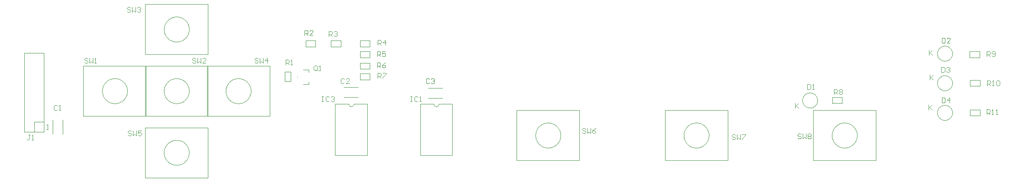
<source format=gto>
*%FSLAX23Y23*%
*%MOIN*%
G01*
D15*
X5827Y7675D02*
Y8305D01*
X5984D02*
Y7675D01*
X5906D02*
Y7754D01*
X5984Y8305D02*
X5827D01*
Y7675D02*
X5984D01*
Y7754D02*
X5906D01*
D18*
X13138Y8383D02*
Y8423D01*
Y8383D02*
X13158D01*
X13164Y8390D01*
Y8417D01*
X13158Y8423D01*
X13138D01*
X13178Y8383D02*
X13204D01*
X13178D02*
X13204Y8410D01*
Y8417D01*
X13198Y8423D01*
X13184D01*
X13178Y8417D01*
X13134Y8191D02*
Y8151D01*
X13154D01*
X13161Y8158D01*
Y8184D01*
X13154Y8191D01*
X13134D01*
X13174Y8184D02*
X13181Y8191D01*
X13194D01*
X13201Y8184D01*
Y8178D01*
X13202D01*
X13201D02*
X13202D01*
X13201D02*
X13202D01*
X13201D02*
X13194Y8171D01*
X13187D01*
X13194D01*
X13201Y8164D01*
Y8158D01*
X13194Y8151D01*
X13181D01*
X13174Y8158D01*
X13138Y7947D02*
Y7907D01*
X13158D01*
X13164Y7914D01*
Y7940D01*
X13158Y7947D01*
X13138D01*
X13198D02*
Y7907D01*
X13178Y7927D02*
X13198Y7947D01*
X13204Y7927D02*
X13178D01*
X13496Y8277D02*
Y8317D01*
X13516D01*
X13523Y8310D01*
Y8297D01*
X13516Y8290D01*
X13496D01*
X13509D02*
X13523Y8277D01*
X13536Y8284D02*
X13543Y8277D01*
X13556D01*
X13563Y8284D01*
Y8310D01*
X13556Y8317D01*
X13543D01*
X13536Y8310D01*
Y8304D01*
X13543Y8297D01*
X13563D01*
X13500Y8085D02*
Y8045D01*
Y8085D02*
X13520D01*
X13527Y8078D01*
Y8065D01*
X13520Y8058D01*
X13500D01*
X13513D02*
X13527Y8045D01*
X13540D02*
X13553D01*
X13547D01*
Y8085D01*
X13548D01*
X13547D02*
X13540Y8078D01*
X13573D02*
X13580Y8085D01*
X13593D01*
X13600Y8078D01*
Y8052D01*
X13593Y8045D01*
X13580D01*
X13573Y8052D01*
Y8078D01*
X13496Y7853D02*
Y7813D01*
Y7853D02*
X13516D01*
X13523Y7846D01*
Y7833D01*
X13516Y7826D01*
X13496D01*
X13509D02*
X13523Y7813D01*
X13536D02*
X13549D01*
X13543D01*
Y7853D01*
X13544D01*
X13543D02*
X13536Y7846D01*
X13569Y7813D02*
X13583D01*
X13576D01*
Y7853D01*
X13577D01*
X13576D02*
X13569Y7846D01*
X12015Y7653D02*
X12008Y7660D01*
X11995D01*
X11988Y7653D01*
Y7646D01*
X11995Y7640D01*
X12008D01*
X12015Y7633D01*
Y7626D01*
X12008Y7620D01*
X11995D01*
X11988Y7626D01*
X12028Y7620D02*
Y7660D01*
X12042Y7633D02*
X12028Y7620D01*
X12042Y7633D02*
X12055Y7620D01*
Y7660D01*
X12068Y7653D02*
X12075Y7660D01*
X12088D01*
X12095Y7653D01*
Y7646D01*
X12088Y7640D01*
X12095Y7633D01*
Y7626D01*
X12088Y7620D01*
X12075D01*
X12068Y7626D01*
Y7633D01*
X12075Y7640D01*
X12068Y7646D01*
Y7653D01*
X12075Y7640D02*
X12088D01*
X12067Y8013D02*
Y8053D01*
Y8013D02*
X12087D01*
X12094Y8020D01*
Y8047D01*
X12087Y8053D01*
X12067D01*
X12107Y8013D02*
X12120D01*
X12114D01*
Y8053D01*
X12115D01*
X12114D02*
X12107Y8047D01*
X12280Y8014D02*
Y7974D01*
Y8014D02*
X12300D01*
X12306Y8007D01*
Y7994D01*
X12300Y7987D01*
X12280D01*
X12293D02*
X12306Y7974D01*
X12320Y8007D02*
X12326Y8014D01*
X12340D01*
X12346Y8007D01*
Y8001D01*
X12340Y7994D01*
X12346Y7987D01*
Y7981D01*
X12340Y7974D01*
X12326D01*
X12320Y7981D01*
Y7987D01*
X12326Y7994D01*
X12320Y8001D01*
Y8007D01*
X12326Y7994D02*
X12340D01*
X10298Y7696D02*
X10292Y7703D01*
X10278D01*
X10272Y7696D01*
Y7690D01*
X10278Y7683D01*
X10292D01*
X10298Y7676D01*
Y7670D01*
X10292Y7663D01*
X10278D01*
X10272Y7670D01*
X10312Y7663D02*
Y7703D01*
X10325Y7676D02*
X10312Y7663D01*
X10325Y7676D02*
X10338Y7663D01*
Y7703D01*
X10365Y7696D02*
X10378Y7703D01*
X10365Y7696D02*
X10352Y7683D01*
Y7670D01*
X10358Y7663D01*
X10372D01*
X10378Y7670D01*
Y7676D01*
X10372Y7683D01*
X10352D01*
X11485Y7656D02*
X11491Y7649D01*
X11485Y7656D02*
X11471D01*
X11465Y7649D01*
Y7642D01*
X11471Y7636D01*
X11485D01*
X11491Y7629D01*
Y7622D01*
X11485Y7616D01*
X11471D01*
X11465Y7622D01*
X11505Y7616D02*
Y7656D01*
X11518Y7629D02*
X11505Y7616D01*
X11518Y7629D02*
X11531Y7616D01*
Y7656D01*
X11545D02*
X11571D01*
Y7649D01*
X11545Y7622D01*
Y7616D01*
X8915Y7959D02*
X8902D01*
X8908D02*
X8915D01*
X8908D02*
Y7919D01*
X8902D01*
X8915D01*
X8955Y7959D02*
X8962Y7952D01*
X8955Y7959D02*
X8942D01*
X8935Y7952D01*
Y7926D01*
X8942Y7919D01*
X8955D01*
X8962Y7926D01*
X8975Y7919D02*
X8988D01*
X8982D01*
Y7959D01*
X8983D01*
X8982D02*
X8975Y7952D01*
X8210Y7959D02*
X8197D01*
X8204D02*
X8210D01*
X8204D02*
Y7919D01*
X8197D01*
X8210D01*
X8250Y7959D02*
X8257Y7952D01*
X8250Y7959D02*
X8237D01*
X8230Y7952D01*
Y7926D01*
X8237Y7919D01*
X8250D01*
X8257Y7926D01*
X8270Y7952D02*
X8277Y7959D01*
X8290D01*
X8297Y7952D01*
Y7946D01*
X8298D01*
X8297D02*
X8298D01*
X8297D02*
X8298D01*
X8297D02*
X8290Y7939D01*
X8284D01*
X8290D01*
X8297Y7932D01*
Y7926D01*
X8290Y7919D01*
X8277D01*
X8270Y7926D01*
X8377Y8094D02*
X8370Y8101D01*
X8357D01*
X8350Y8094D01*
Y8067D01*
X8357Y8061D01*
X8370D01*
X8377Y8067D01*
X8390Y8061D02*
X8417D01*
X8390D02*
X8417Y8087D01*
Y8094D01*
X8410Y8101D01*
X8397D01*
X8390Y8094D01*
X9048Y8101D02*
X9054Y8094D01*
X9048Y8101D02*
X9034D01*
X9028Y8094D01*
Y8067D01*
X9034Y8061D01*
X9048D01*
X9054Y8067D01*
X9068Y8094D02*
X9074Y8101D01*
X9088D01*
X9094Y8094D01*
Y8087D01*
X9095D01*
X9094D02*
X9095D01*
X9094D02*
X9095D01*
X9094D02*
X9088Y8081D01*
X9081D01*
X9088D01*
X9094Y8074D01*
Y8067D01*
X9088Y8061D01*
X9074D01*
X9068Y8067D01*
X8252Y8439D02*
Y8479D01*
X8272D01*
X8279Y8472D01*
Y8459D01*
X8272Y8452D01*
X8252D01*
X8265D02*
X8279Y8439D01*
X8292Y8472D02*
X8299Y8479D01*
X8312D01*
X8319Y8472D01*
Y8465D01*
X8320D01*
X8319D02*
X8320D01*
X8319D02*
X8320D01*
X8319D02*
X8312Y8459D01*
X8305D01*
X8312D01*
X8319Y8452D01*
Y8445D01*
X8312Y8439D01*
X8299D01*
X8292Y8445D01*
X8642Y8408D02*
Y8368D01*
Y8408D02*
X8662D01*
X8668Y8401D01*
Y8388D01*
X8662Y8381D01*
X8642D01*
X8655D02*
X8668Y8368D01*
X8702D02*
Y8408D01*
X8682Y8388D01*
X8708D01*
X8638Y8317D02*
Y8277D01*
Y8317D02*
X8658D01*
X8664Y8310D01*
Y8297D01*
X8658Y8290D01*
X8638D01*
X8651D02*
X8664Y8277D01*
X8678Y8317D02*
X8704D01*
X8678D02*
Y8297D01*
X8691Y8304D01*
X8698D01*
X8704Y8297D01*
Y8284D01*
X8698Y8277D01*
X8684D01*
X8678Y8284D01*
X8638Y8227D02*
Y8187D01*
Y8227D02*
X8658D01*
X8664Y8220D01*
Y8207D01*
X8658Y8200D01*
X8638D01*
X8651D02*
X8664Y8187D01*
X8691Y8220D02*
X8704Y8227D01*
X8691Y8220D02*
X8678Y8207D01*
Y8193D01*
X8684Y8187D01*
X8698D01*
X8704Y8193D01*
Y8200D01*
X8698Y8207D01*
X8678D01*
X8642Y8144D02*
Y8104D01*
Y8144D02*
X8662D01*
X8668Y8137D01*
Y8124D01*
X8662Y8117D01*
X8642D01*
X8655D02*
X8668Y8104D01*
X8682Y8144D02*
X8708D01*
Y8137D01*
X8682Y8111D01*
Y8104D01*
X6672Y8665D02*
X6666Y8671D01*
X6652D01*
X6646Y8665D01*
Y8658D01*
X6652Y8651D01*
X6666D01*
X6672Y8645D01*
Y8638D01*
X6666Y8631D01*
X6652D01*
X6646Y8638D01*
X6686Y8631D02*
Y8671D01*
X6699Y8645D02*
X6686Y8631D01*
X6699Y8645D02*
X6712Y8631D01*
Y8671D01*
X6726Y8665D02*
X6732Y8671D01*
X6746D01*
X6752Y8665D01*
Y8658D01*
X6753D01*
X6752D02*
X6753D01*
X6752D02*
X6753D01*
X6752D02*
X6746Y8651D01*
X6739D01*
X6746D01*
X6752Y8645D01*
Y8638D01*
X6746Y8631D01*
X6732D01*
X6726Y8638D01*
X6674Y7683D02*
X6680Y7677D01*
X6674Y7683D02*
X6660D01*
X6654Y7677D01*
Y7670D01*
X6660Y7663D01*
X6674D01*
X6680Y7657D01*
Y7650D01*
X6674Y7643D01*
X6660D01*
X6654Y7650D01*
X6694Y7643D02*
Y7683D01*
X6707Y7657D02*
X6694Y7643D01*
X6707Y7657D02*
X6720Y7643D01*
Y7683D01*
X6734D02*
X6760D01*
X6734D02*
Y7663D01*
X6747Y7670D01*
X6754D01*
X6760Y7663D01*
Y7650D01*
X6754Y7643D01*
X6740D01*
X6734Y7650D01*
X7193Y8257D02*
X7186Y8264D01*
X7173D01*
X7166Y8257D01*
Y8250D01*
X7173Y8244D01*
X7186D01*
X7193Y8237D01*
Y8230D01*
X7186Y8224D01*
X7173D01*
X7166Y8230D01*
X7206Y8224D02*
Y8264D01*
X7220Y8237D02*
X7206Y8224D01*
X7220Y8237D02*
X7233Y8224D01*
Y8264D01*
X7246Y8224D02*
X7273D01*
X7246D02*
X7273Y8250D01*
Y8257D01*
X7266Y8264D01*
X7253D01*
X7246Y8257D01*
X7681Y8266D02*
X7688Y8259D01*
X7681Y8266D02*
X7668D01*
X7661Y8259D01*
Y8253D01*
X7668Y8246D01*
X7681D01*
X7688Y8239D01*
Y8233D01*
X7681Y8226D01*
X7668D01*
X7661Y8233D01*
X7701Y8226D02*
Y8266D01*
X7715Y8239D02*
X7701Y8226D01*
X7715Y8239D02*
X7728Y8226D01*
Y8266D01*
X7761D02*
Y8226D01*
X7741Y8246D02*
X7761Y8266D01*
X7768Y8246D02*
X7741D01*
X8161Y8196D02*
Y8170D01*
Y8196D02*
X8154Y8203D01*
X8141D01*
X8134Y8196D01*
Y8170D01*
X8141Y8163D01*
X8154D01*
X8161D02*
X8147Y8176D01*
X8154Y8163D02*
X8161Y8170D01*
X8174Y8163D02*
X8187D01*
X8181D01*
Y8203D01*
X8182D01*
X8181D02*
X8174Y8196D01*
X7909Y8210D02*
Y8250D01*
X7929D01*
X7936Y8244D01*
Y8230D01*
X7929Y8224D01*
X7909D01*
X7923D02*
X7936Y8210D01*
X7949D02*
X7963D01*
X7956D01*
Y8250D01*
X7957D01*
X7956D02*
X7949Y8244D01*
X8059Y8446D02*
Y8486D01*
X8079D01*
X8086Y8480D01*
Y8466D01*
X8079Y8460D01*
X8059D01*
X8072D02*
X8086Y8446D01*
X8099D02*
X8126D01*
X8099D02*
X8126Y8473D01*
Y8480D01*
X8119Y8486D01*
X8106D01*
X8099Y8480D01*
X6332Y8258D02*
X6325Y8265D01*
X6312D01*
X6305Y8258D01*
Y8251D01*
X6312Y8245D01*
X6325D01*
X6332Y8238D01*
Y8231D01*
X6325Y8225D01*
X6312D01*
X6305Y8231D01*
X6345Y8225D02*
Y8265D01*
X6359Y8238D02*
X6345Y8225D01*
X6359Y8238D02*
X6372Y8225D01*
Y8265D01*
X6385Y8225D02*
X6399D01*
X6392D01*
Y8265D01*
X6393D01*
X6392D02*
X6385Y8258D01*
X5873Y7652D02*
X5860D01*
X5866D01*
Y7618D01*
X5860Y7612D01*
X5853D01*
X5846Y7618D01*
X5886Y7612D02*
X5900D01*
X5893D01*
Y7652D01*
X5894D01*
X5893D02*
X5886Y7645D01*
X6090Y7881D02*
X6083Y7888D01*
X6070D01*
X6063Y7881D01*
Y7855D01*
X6070Y7848D01*
X6083D01*
X6090Y7855D01*
X6103Y7848D02*
X6116D01*
X6110D01*
Y7888D01*
X6111D01*
X6110D02*
X6103Y7881D01*
D20*
X13221Y8301D02*
X13221Y8297D01*
X13221Y8294D01*
X13221Y8291D01*
X13220Y8288D01*
X13219Y8284D01*
X13218Y8281D01*
X13217Y8278D01*
X13216Y8275D01*
X13214Y8272D01*
X13213Y8269D01*
X13211Y8267D01*
X13209Y8264D01*
X13207Y8261D01*
X13204Y8259D01*
X13202Y8257D01*
X13200Y8254D01*
X13197Y8252D01*
X13194Y8251D01*
X13191Y8249D01*
X13189Y8247D01*
X13186Y8246D01*
X13182Y8245D01*
X13179Y8243D01*
X13176Y8243D01*
X13173Y8242D01*
X13170Y8241D01*
X13166Y8241D01*
X13163Y8241D01*
X13160D01*
X13156Y8241D01*
X13153Y8241D01*
X13150Y8242D01*
X13147Y8243D01*
X13144Y8243D01*
X13140Y8245D01*
X13137Y8246D01*
X13134Y8247D01*
X13131Y8249D01*
X13129Y8251D01*
X13126Y8252D01*
X13123Y8254D01*
X13121Y8257D01*
X13118Y8259D01*
X13116Y8261D01*
X13114Y8264D01*
X13112Y8267D01*
X13110Y8269D01*
X13109Y8272D01*
X13107Y8275D01*
X13106Y8278D01*
X13105Y8281D01*
X13104Y8284D01*
X13103Y8288D01*
X13102Y8291D01*
X13102Y8294D01*
X13102Y8297D01*
X13101Y8301D01*
X13102Y8304D01*
X13102Y8307D01*
X13102Y8311D01*
X13103Y8314D01*
X13104Y8317D01*
X13105Y8320D01*
X13106Y8323D01*
X13107Y8326D01*
X13109Y8329D01*
X13110Y8332D01*
X13112Y8335D01*
X13114Y8338D01*
X13116Y8340D01*
X13118Y8343D01*
X13121Y8345D01*
X13123Y8347D01*
X13126Y8349D01*
X13129Y8351D01*
X13131Y8353D01*
X13134Y8354D01*
X13137Y8356D01*
X13140Y8357D01*
X13144Y8358D01*
X13147Y8359D01*
X13150Y8360D01*
X13153Y8360D01*
X13156Y8361D01*
X13160Y8361D01*
X13163D01*
X13166Y8361D01*
X13170Y8360D01*
X13173Y8360D01*
X13176Y8359D01*
X13179Y8358D01*
X13182Y8357D01*
X13186Y8356D01*
X13189Y8354D01*
X13191Y8353D01*
X13194Y8351D01*
X13197Y8349D01*
X13200Y8347D01*
X13202Y8345D01*
X13204Y8343D01*
X13207Y8340D01*
X13209Y8338D01*
X13211Y8335D01*
X13213Y8332D01*
X13214Y8329D01*
X13216Y8326D01*
X13217Y8323D01*
X13218Y8320D01*
X13219Y8317D01*
X13220Y8314D01*
X13221Y8311D01*
X13221Y8307D01*
X13221Y8304D01*
X13221Y8301D01*
Y8065D02*
X13221Y8061D01*
X13221Y8058D01*
X13221Y8055D01*
X13220Y8051D01*
X13219Y8048D01*
X13218Y8045D01*
X13217Y8042D01*
X13216Y8039D01*
X13214Y8036D01*
X13213Y8033D01*
X13211Y8030D01*
X13209Y8028D01*
X13207Y8025D01*
X13204Y8023D01*
X13202Y8020D01*
X13200Y8018D01*
X13197Y8016D01*
X13194Y8014D01*
X13191Y8013D01*
X13189Y8011D01*
X13186Y8010D01*
X13182Y8008D01*
X13179Y8007D01*
X13176Y8006D01*
X13173Y8006D01*
X13170Y8005D01*
X13166Y8005D01*
X13163Y8005D01*
X13160D01*
X13156Y8005D01*
X13153Y8005D01*
X13150Y8006D01*
X13147Y8006D01*
X13144Y8007D01*
X13140Y8008D01*
X13137Y8010D01*
X13134Y8011D01*
X13131Y8013D01*
X13129Y8014D01*
X13126Y8016D01*
X13123Y8018D01*
X13121Y8020D01*
X13118Y8023D01*
X13116Y8025D01*
X13114Y8028D01*
X13112Y8030D01*
X13110Y8033D01*
X13109Y8036D01*
X13107Y8039D01*
X13106Y8042D01*
X13105Y8045D01*
X13104Y8048D01*
X13103Y8051D01*
X13102Y8055D01*
X13102Y8058D01*
X13102Y8061D01*
X13101Y8065D01*
X13102Y8068D01*
X13102Y8071D01*
X13102Y8074D01*
X13103Y8078D01*
X13104Y8081D01*
X13105Y8084D01*
X13106Y8087D01*
X13107Y8090D01*
X13109Y8093D01*
X13110Y8096D01*
X13112Y8099D01*
X13114Y8101D01*
X13116Y8104D01*
X13118Y8106D01*
X13121Y8109D01*
X13123Y8111D01*
X13126Y8113D01*
X13129Y8115D01*
X13131Y8116D01*
X13134Y8118D01*
X13137Y8119D01*
X13140Y8121D01*
X13144Y8122D01*
X13147Y8123D01*
X13150Y8123D01*
X13153Y8124D01*
X13156Y8124D01*
X13160Y8125D01*
X13163D01*
X13166Y8124D01*
X13170Y8124D01*
X13173Y8123D01*
X13176Y8123D01*
X13179Y8122D01*
X13182Y8121D01*
X13186Y8119D01*
X13189Y8118D01*
X13191Y8116D01*
X13194Y8115D01*
X13197Y8113D01*
X13200Y8111D01*
X13202Y8109D01*
X13204Y8106D01*
X13207Y8104D01*
X13209Y8101D01*
X13211Y8099D01*
X13213Y8096D01*
X13214Y8093D01*
X13216Y8090D01*
X13217Y8087D01*
X13218Y8084D01*
X13219Y8081D01*
X13220Y8078D01*
X13221Y8074D01*
X13221Y8071D01*
X13221Y8068D01*
X13221Y8065D01*
Y7828D02*
X13221Y7825D01*
X13221Y7822D01*
X13221Y7818D01*
X13220Y7815D01*
X13219Y7812D01*
X13218Y7809D01*
X13217Y7806D01*
X13216Y7803D01*
X13214Y7800D01*
X13213Y7797D01*
X13211Y7794D01*
X13209Y7791D01*
X13207Y7789D01*
X13204Y7786D01*
X13202Y7784D01*
X13200Y7782D01*
X13197Y7780D01*
X13194Y7778D01*
X13191Y7776D01*
X13189Y7775D01*
X13186Y7773D01*
X13182Y7772D01*
X13179Y7771D01*
X13176Y7770D01*
X13173Y7769D01*
X13170Y7769D01*
X13166Y7769D01*
X13163Y7768D01*
X13160D01*
X13156Y7769D01*
X13153Y7769D01*
X13150Y7769D01*
X13147Y7770D01*
X13144Y7771D01*
X13140Y7772D01*
X13137Y7773D01*
X13134Y7775D01*
X13131Y7776D01*
X13129Y7778D01*
X13126Y7780D01*
X13123Y7782D01*
X13121Y7784D01*
X13118Y7786D01*
X13116Y7789D01*
X13114Y7791D01*
X13112Y7794D01*
X13110Y7797D01*
X13109Y7800D01*
X13107Y7803D01*
X13106Y7806D01*
X13105Y7809D01*
X13104Y7812D01*
X13103Y7815D01*
X13102Y7818D01*
X13102Y7822D01*
X13102Y7825D01*
X13101Y7828D01*
X13102Y7832D01*
X13102Y7835D01*
X13102Y7838D01*
X13103Y7841D01*
X13104Y7845D01*
X13105Y7848D01*
X13106Y7851D01*
X13107Y7854D01*
X13109Y7857D01*
X13110Y7860D01*
X13112Y7863D01*
X13114Y7865D01*
X13116Y7868D01*
X13118Y7870D01*
X13121Y7872D01*
X13123Y7875D01*
X13126Y7877D01*
X13129Y7879D01*
X13131Y7880D01*
X13134Y7882D01*
X13137Y7883D01*
X13140Y7885D01*
X13144Y7886D01*
X13147Y7886D01*
X13150Y7887D01*
X13153Y7888D01*
X13156Y7888D01*
X13160Y7888D01*
X13163D01*
X13166Y7888D01*
X13170Y7888D01*
X13173Y7887D01*
X13176Y7886D01*
X13179Y7886D01*
X13182Y7885D01*
X13186Y7883D01*
X13189Y7882D01*
X13191Y7880D01*
X13194Y7879D01*
X13197Y7877D01*
X13200Y7875D01*
X13202Y7872D01*
X13204Y7870D01*
X13207Y7868D01*
X13209Y7865D01*
X13211Y7863D01*
X13213Y7860D01*
X13214Y7857D01*
X13216Y7854D01*
X13217Y7851D01*
X13218Y7848D01*
X13219Y7845D01*
X13220Y7841D01*
X13221Y7838D01*
X13221Y7835D01*
X13221Y7832D01*
X13221Y7828D01*
X13438Y8269D02*
Y8317D01*
X13360D02*
Y8269D01*
X13359Y8269D02*
X13438D01*
Y8317D02*
X13359D01*
X13442Y8088D02*
Y8040D01*
X13363D02*
Y8088D01*
X13363Y8041D02*
X13442D01*
Y8089D02*
X13363D01*
X13442Y7852D02*
Y7804D01*
X13363D02*
Y7852D01*
X13363Y7804D02*
X13442D01*
Y7852D02*
X13363D01*
X12462Y7647D02*
X12462Y7644D01*
X12462Y7641D01*
X12462Y7637D01*
X12461Y7634D01*
X12461Y7631D01*
X12460Y7627D01*
X12460Y7624D01*
X12459Y7621D01*
X12458Y7618D01*
X12457Y7615D01*
X12456Y7611D01*
X12454Y7608D01*
X12453Y7605D01*
X12452Y7602D01*
X12450Y7599D01*
X12448Y7596D01*
X12447Y7594D01*
X12445Y7591D01*
X12443Y7588D01*
X12441Y7586D01*
X12439Y7583D01*
X12437Y7580D01*
X12434Y7578D01*
X12432Y7576D01*
X12430Y7573D01*
X12427Y7571D01*
X12425Y7569D01*
X12422Y7567D01*
X12419Y7565D01*
X12416Y7563D01*
X12414Y7561D01*
X12411Y7560D01*
X12408Y7558D01*
X12405Y7557D01*
X12402Y7555D01*
X12399Y7554D01*
X12396Y7553D01*
X12392Y7552D01*
X12389Y7551D01*
X12386Y7550D01*
X12383Y7549D01*
X12380Y7549D01*
X12376Y7548D01*
X12373Y7548D01*
X12370Y7547D01*
X12366Y7547D01*
X12363Y7547D01*
X12360Y7547D01*
X12356Y7547D01*
X12353Y7548D01*
X12350Y7548D01*
X12347Y7548D01*
X12343Y7549D01*
X12340Y7550D01*
X12337Y7551D01*
X12334Y7551D01*
X12330Y7552D01*
X12327Y7554D01*
X12324Y7555D01*
X12321Y7556D01*
X12318Y7557D01*
X12315Y7559D01*
X12312Y7561D01*
X12309Y7562D01*
X12307Y7564D01*
X12304Y7566D01*
X12301Y7568D01*
X12299Y7570D01*
X12296Y7572D01*
X12294Y7574D01*
X12291Y7577D01*
X12289Y7579D01*
X12287Y7582D01*
X12285Y7584D01*
X12283Y7587D01*
X12281Y7590D01*
X12279Y7592D01*
X12277Y7595D01*
X12275Y7598D01*
X12274Y7601D01*
X12272Y7604D01*
X12271Y7607D01*
X12269Y7610D01*
X12268Y7613D01*
X12267Y7616D01*
X12266Y7619D01*
X12265Y7623D01*
X12265Y7626D01*
X12264Y7629D01*
X12263Y7632D01*
X12263Y7636D01*
X12263Y7639D01*
X12262Y7642D01*
X12262Y7646D01*
Y7649D01*
X12262Y7652D01*
X12263Y7656D01*
X12263Y7659D01*
X12263Y7662D01*
X12264Y7665D01*
X12265Y7669D01*
X12265Y7672D01*
X12266Y7675D01*
X12267Y7678D01*
X12268Y7681D01*
X12269Y7685D01*
X12271Y7688D01*
X12272Y7691D01*
X12274Y7694D01*
X12275Y7696D01*
X12277Y7699D01*
X12279Y7702D01*
X12281Y7705D01*
X12283Y7708D01*
X12285Y7710D01*
X12287Y7713D01*
X12289Y7715D01*
X12291Y7718D01*
X12294Y7720D01*
X12296Y7722D01*
X12299Y7724D01*
X12301Y7726D01*
X12304Y7728D01*
X12307Y7730D01*
X12309Y7732D01*
X12312Y7734D01*
X12315Y7735D01*
X12318Y7737D01*
X12321Y7738D01*
X12324Y7740D01*
X12327Y7741D01*
X12330Y7742D01*
X12334Y7743D01*
X12337Y7744D01*
X12340Y7745D01*
X12343Y7745D01*
X12347Y7746D01*
X12350Y7746D01*
X12353Y7747D01*
X12356Y7747D01*
X12360Y7747D01*
X12363Y7747D01*
X12366Y7747D01*
X12370Y7747D01*
X12373Y7747D01*
X12376Y7746D01*
X12380Y7746D01*
X12383Y7745D01*
X12386Y7744D01*
X12389Y7743D01*
X12392Y7743D01*
X12396Y7741D01*
X12399Y7740D01*
X12402Y7739D01*
X12405Y7738D01*
X12408Y7736D01*
X12411Y7735D01*
X12414Y7733D01*
X12416Y7731D01*
X12419Y7729D01*
X12422Y7727D01*
X12425Y7725D01*
X12427Y7723D01*
X12430Y7721D01*
X12432Y7719D01*
X12434Y7716D01*
X12437Y7714D01*
X12439Y7711D01*
X12441Y7709D01*
X12443Y7706D01*
X12445Y7704D01*
X12447Y7701D01*
X12448Y7698D01*
X12450Y7695D01*
X12452Y7692D01*
X12453Y7689D01*
X12454Y7686D01*
X12456Y7683D01*
X12457Y7680D01*
X12458Y7677D01*
X12459Y7673D01*
X12460Y7670D01*
X12460Y7667D01*
X12461Y7664D01*
X12461Y7660D01*
X12462Y7657D01*
X12462Y7654D01*
X12462Y7651D01*
X12462Y7647D01*
X12112Y7447D02*
Y7847D01*
X12612D02*
Y7447D01*
X12112D01*
Y7847D02*
X12612D01*
X12147Y7927D02*
X12147Y7923D01*
X12146Y7920D01*
X12146Y7917D01*
X12145Y7914D01*
X12144Y7910D01*
X12143Y7907D01*
X12142Y7904D01*
X12141Y7901D01*
X12139Y7898D01*
X12138Y7895D01*
X12136Y7893D01*
X12134Y7890D01*
X12132Y7887D01*
X12130Y7885D01*
X12127Y7883D01*
X12125Y7880D01*
X12122Y7878D01*
X12119Y7877D01*
X12117Y7875D01*
X12114Y7873D01*
X12111Y7872D01*
X12108Y7871D01*
X12105Y7869D01*
X12101Y7869D01*
X12098Y7868D01*
X12095Y7867D01*
X12092Y7867D01*
X12088Y7867D01*
X12085D01*
X12082Y7867D01*
X12078Y7867D01*
X12075Y7868D01*
X12072Y7869D01*
X12069Y7869D01*
X12066Y7871D01*
X12063Y7872D01*
X12060Y7873D01*
X12057Y7875D01*
X12054Y7877D01*
X12051Y7878D01*
X12048Y7880D01*
X12046Y7883D01*
X12044Y7885D01*
X12041Y7887D01*
X12039Y7890D01*
X12037Y7893D01*
X12036Y7895D01*
X12034Y7898D01*
X12032Y7901D01*
X12031Y7904D01*
X12030Y7907D01*
X12029Y7910D01*
X12028Y7914D01*
X12027Y7917D01*
X12027Y7920D01*
X12027Y7923D01*
X12027Y7927D01*
X12027Y7930D01*
X12027Y7933D01*
X12027Y7937D01*
X12028Y7940D01*
X12029Y7943D01*
X12030Y7946D01*
X12031Y7949D01*
X12032Y7952D01*
X12034Y7955D01*
X12036Y7958D01*
X12037Y7961D01*
X12039Y7964D01*
X12041Y7966D01*
X12044Y7969D01*
X12046Y7971D01*
X12048Y7973D01*
X12051Y7975D01*
X12054Y7977D01*
X12057Y7979D01*
X12060Y7980D01*
X12063Y7982D01*
X12066Y7983D01*
X12069Y7984D01*
X12072Y7985D01*
X12075Y7986D01*
X12078Y7986D01*
X12082Y7987D01*
X12085Y7987D01*
X12088D01*
X12092Y7987D01*
X12095Y7986D01*
X12098Y7986D01*
X12101Y7985D01*
X12105Y7984D01*
X12108Y7983D01*
X12111Y7982D01*
X12114Y7980D01*
X12117Y7979D01*
X12119Y7977D01*
X12122Y7975D01*
X12125Y7973D01*
X12127Y7971D01*
X12130Y7969D01*
X12132Y7966D01*
X12134Y7964D01*
X12136Y7961D01*
X12138Y7958D01*
X12139Y7955D01*
X12141Y7952D01*
X12142Y7949D01*
X12143Y7946D01*
X12144Y7943D01*
X12145Y7940D01*
X12146Y7937D01*
X12146Y7933D01*
X12147Y7930D01*
X12147Y7927D01*
X12344Y7950D02*
Y7902D01*
X12265D02*
Y7950D01*
X12265Y7903D02*
X12344D01*
Y7951D02*
X12265D01*
X10100Y7647D02*
X10100Y7644D01*
X10100Y7641D01*
X10100Y7637D01*
X10099Y7634D01*
X10099Y7631D01*
X10098Y7627D01*
X10097Y7624D01*
X10097Y7621D01*
X10096Y7618D01*
X10095Y7615D01*
X10093Y7611D01*
X10092Y7608D01*
X10091Y7605D01*
X10089Y7602D01*
X10088Y7599D01*
X10086Y7596D01*
X10084Y7594D01*
X10083Y7591D01*
X10081Y7588D01*
X10079Y7586D01*
X10077Y7583D01*
X10074Y7580D01*
X10072Y7578D01*
X10070Y7576D01*
X10067Y7573D01*
X10065Y7571D01*
X10062Y7569D01*
X10060Y7567D01*
X10057Y7565D01*
X10054Y7563D01*
X10051Y7561D01*
X10049Y7560D01*
X10046Y7558D01*
X10043Y7557D01*
X10040Y7555D01*
X10037Y7554D01*
X10033Y7553D01*
X10030Y7552D01*
X10027Y7551D01*
X10024Y7550D01*
X10021Y7549D01*
X10017Y7549D01*
X10014Y7548D01*
X10011Y7548D01*
X10007Y7547D01*
X10004Y7547D01*
X10001Y7547D01*
X9998Y7547D01*
X9994Y7547D01*
X9991Y7548D01*
X9988Y7548D01*
X9984Y7548D01*
X9981Y7549D01*
X9978Y7550D01*
X9975Y7551D01*
X9971Y7551D01*
X9968Y7552D01*
X9965Y7554D01*
X9962Y7555D01*
X9959Y7556D01*
X9956Y7557D01*
X9953Y7559D01*
X9950Y7561D01*
X9947Y7562D01*
X9944Y7564D01*
X9942Y7566D01*
X9939Y7568D01*
X9936Y7570D01*
X9934Y7572D01*
X9931Y7574D01*
X9929Y7577D01*
X9927Y7579D01*
X9924Y7582D01*
X9922Y7584D01*
X9920Y7587D01*
X9918Y7590D01*
X9916Y7592D01*
X9915Y7595D01*
X9913Y7598D01*
X9911Y7601D01*
X9910Y7604D01*
X9909Y7607D01*
X9907Y7610D01*
X9906Y7613D01*
X9905Y7616D01*
X9904Y7619D01*
X9903Y7623D01*
X9902Y7626D01*
X9902Y7629D01*
X9901Y7632D01*
X9901Y7636D01*
X9900Y7639D01*
X9900Y7642D01*
X9900Y7646D01*
Y7649D01*
X9900Y7652D01*
X9900Y7656D01*
X9901Y7659D01*
X9901Y7662D01*
X9902Y7665D01*
X9902Y7669D01*
X9903Y7672D01*
X9904Y7675D01*
X9905Y7678D01*
X9906Y7681D01*
X9907Y7685D01*
X9909Y7688D01*
X9910Y7691D01*
X9911Y7694D01*
X9913Y7696D01*
X9915Y7699D01*
X9916Y7702D01*
X9918Y7705D01*
X9920Y7708D01*
X9922Y7710D01*
X9924Y7713D01*
X9927Y7715D01*
X9929Y7718D01*
X9931Y7720D01*
X9934Y7722D01*
X9936Y7724D01*
X9939Y7726D01*
X9942Y7728D01*
X9944Y7730D01*
X9947Y7732D01*
X9950Y7734D01*
X9953Y7735D01*
X9956Y7737D01*
X9959Y7738D01*
X9962Y7740D01*
X9965Y7741D01*
X9968Y7742D01*
X9971Y7743D01*
X9975Y7744D01*
X9978Y7745D01*
X9981Y7745D01*
X9984Y7746D01*
X9988Y7746D01*
X9991Y7747D01*
X9994Y7747D01*
X9998Y7747D01*
X10001Y7747D01*
X10004Y7747D01*
X10007Y7747D01*
X10011Y7747D01*
X10014Y7746D01*
X10017Y7746D01*
X10021Y7745D01*
X10024Y7744D01*
X10027Y7743D01*
X10030Y7743D01*
X10033Y7741D01*
X10037Y7740D01*
X10040Y7739D01*
X10043Y7738D01*
X10046Y7736D01*
X10049Y7735D01*
X10051Y7733D01*
X10054Y7731D01*
X10057Y7729D01*
X10060Y7727D01*
X10062Y7725D01*
X10065Y7723D01*
X10067Y7721D01*
X10070Y7719D01*
X10072Y7716D01*
X10074Y7714D01*
X10077Y7711D01*
X10079Y7709D01*
X10081Y7706D01*
X10083Y7704D01*
X10084Y7701D01*
X10086Y7698D01*
X10088Y7695D01*
X10089Y7692D01*
X10091Y7689D01*
X10092Y7686D01*
X10093Y7683D01*
X10095Y7680D01*
X10096Y7677D01*
X10097Y7673D01*
X10097Y7670D01*
X10098Y7667D01*
X10099Y7664D01*
X10099Y7660D01*
X10100Y7657D01*
X10100Y7654D01*
X10100Y7651D01*
X10100Y7647D01*
X9750Y7447D02*
Y7847D01*
X10250D02*
Y7447D01*
X9750D01*
Y7847D02*
X10250D01*
X11281Y7647D02*
X11281Y7644D01*
X11281Y7641D01*
X11281Y7637D01*
X11280Y7634D01*
X11280Y7631D01*
X11279Y7627D01*
X11278Y7624D01*
X11278Y7621D01*
X11277Y7618D01*
X11276Y7615D01*
X11275Y7611D01*
X11273Y7608D01*
X11272Y7605D01*
X11270Y7602D01*
X11269Y7599D01*
X11267Y7596D01*
X11266Y7594D01*
X11264Y7591D01*
X11262Y7588D01*
X11260Y7586D01*
X11258Y7583D01*
X11256Y7580D01*
X11253Y7578D01*
X11251Y7576D01*
X11249Y7573D01*
X11246Y7571D01*
X11243Y7569D01*
X11241Y7567D01*
X11238Y7565D01*
X11235Y7563D01*
X11233Y7561D01*
X11230Y7560D01*
X11227Y7558D01*
X11224Y7557D01*
X11221Y7555D01*
X11218Y7554D01*
X11215Y7553D01*
X11211Y7552D01*
X11208Y7551D01*
X11205Y7550D01*
X11202Y7549D01*
X11198Y7549D01*
X11195Y7548D01*
X11192Y7548D01*
X11189Y7547D01*
X11185Y7547D01*
X11182Y7547D01*
X11179Y7547D01*
X11175Y7547D01*
X11172Y7548D01*
X11169Y7548D01*
X11165Y7548D01*
X11162Y7549D01*
X11159Y7550D01*
X11156Y7551D01*
X11152Y7551D01*
X11149Y7552D01*
X11146Y7554D01*
X11143Y7555D01*
X11140Y7556D01*
X11137Y7557D01*
X11134Y7559D01*
X11131Y7561D01*
X11128Y7562D01*
X11125Y7564D01*
X11123Y7566D01*
X11120Y7568D01*
X11117Y7570D01*
X11115Y7572D01*
X11113Y7574D01*
X11110Y7577D01*
X11108Y7579D01*
X11106Y7582D01*
X11103Y7584D01*
X11101Y7587D01*
X11099Y7590D01*
X11098Y7592D01*
X11096Y7595D01*
X11094Y7598D01*
X11093Y7601D01*
X11091Y7604D01*
X11090Y7607D01*
X11088Y7610D01*
X11087Y7613D01*
X11086Y7616D01*
X11085Y7619D01*
X11084Y7623D01*
X11083Y7626D01*
X11083Y7629D01*
X11082Y7632D01*
X11082Y7636D01*
X11081Y7639D01*
X11081Y7642D01*
X11081Y7646D01*
Y7649D01*
X11081Y7652D01*
X11081Y7656D01*
X11082Y7659D01*
X11082Y7662D01*
X11083Y7665D01*
X11083Y7669D01*
X11084Y7672D01*
X11085Y7675D01*
X11086Y7678D01*
X11087Y7681D01*
X11088Y7685D01*
X11090Y7688D01*
X11091Y7691D01*
X11093Y7694D01*
X11094Y7696D01*
X11096Y7699D01*
X11098Y7702D01*
X11099Y7705D01*
X11101Y7708D01*
X11103Y7710D01*
X11106Y7713D01*
X11108Y7715D01*
X11110Y7718D01*
X11113Y7720D01*
X11115Y7722D01*
X11117Y7724D01*
X11120Y7726D01*
X11123Y7728D01*
X11125Y7730D01*
X11128Y7732D01*
X11131Y7734D01*
X11134Y7735D01*
X11137Y7737D01*
X11140Y7738D01*
X11143Y7740D01*
X11146Y7741D01*
X11149Y7742D01*
X11152Y7743D01*
X11156Y7744D01*
X11159Y7745D01*
X11162Y7745D01*
X11165Y7746D01*
X11169Y7746D01*
X11172Y7747D01*
X11175Y7747D01*
X11179Y7747D01*
X11182Y7747D01*
X11185Y7747D01*
X11189Y7747D01*
X11192Y7747D01*
X11195Y7746D01*
X11198Y7746D01*
X11202Y7745D01*
X11205Y7744D01*
X11208Y7743D01*
X11211Y7743D01*
X11215Y7741D01*
X11218Y7740D01*
X11221Y7739D01*
X11224Y7738D01*
X11227Y7736D01*
X11230Y7735D01*
X11233Y7733D01*
X11235Y7731D01*
X11238Y7729D01*
X11241Y7727D01*
X11243Y7725D01*
X11246Y7723D01*
X11249Y7721D01*
X11251Y7719D01*
X11253Y7716D01*
X11256Y7714D01*
X11258Y7711D01*
X11260Y7709D01*
X11262Y7706D01*
X11264Y7704D01*
X11266Y7701D01*
X11267Y7698D01*
X11269Y7695D01*
X11270Y7692D01*
X11272Y7689D01*
X11273Y7686D01*
X11275Y7683D01*
X11276Y7680D01*
X11277Y7677D01*
X11278Y7673D01*
X11278Y7670D01*
X11279Y7667D01*
X11280Y7664D01*
X11280Y7660D01*
X11281Y7657D01*
X11281Y7654D01*
X11281Y7651D01*
X11281Y7647D01*
X10931Y7447D02*
Y7847D01*
X11431D02*
Y7447D01*
X10931D01*
Y7847D02*
X11431D01*
X9128Y7898D02*
X9128Y7894D01*
X9127Y7891D01*
X9126Y7888D01*
X9124Y7885D01*
X9121Y7882D01*
X9118Y7880D01*
X9115Y7879D01*
X9112Y7878D01*
X9108Y7878D01*
X9105Y7878D01*
X9101Y7879D01*
X9098Y7880D01*
X9095Y7882D01*
X9093Y7885D01*
X9091Y7888D01*
X9089Y7891D01*
X9089Y7894D01*
X9088Y7898D01*
X8981D02*
Y7488D01*
X9236D02*
Y7898D01*
Y7488D02*
X8981D01*
X9128Y7898D02*
X9236D01*
X9088D02*
X8981D01*
X8451D02*
X8451Y7894D01*
X8450Y7891D01*
X8448Y7888D01*
X8446Y7885D01*
X8444Y7882D01*
X8441Y7880D01*
X8438Y7879D01*
X8435Y7878D01*
X8431Y7878D01*
X8428Y7878D01*
X8424Y7879D01*
X8421Y7880D01*
X8418Y7882D01*
X8416Y7885D01*
X8414Y7888D01*
X8412Y7891D01*
X8411Y7894D01*
X8411Y7898D01*
X8304D02*
Y7488D01*
X8559D02*
Y7898D01*
Y7488D02*
X8304D01*
X8451Y7898D02*
X8559D01*
X8411D02*
X8304D01*
X8372Y7950D02*
X8487D01*
Y8030D02*
X8372D01*
X9045Y7946D02*
X9160D01*
Y8026D02*
X9045D01*
X8348Y8355D02*
Y8403D01*
X8269D02*
Y8355D01*
X8269Y8355D02*
X8348D01*
Y8403D02*
X8269D01*
X8580Y8403D02*
Y8355D01*
X8501D02*
Y8403D01*
X8501Y8355D02*
X8580D01*
Y8403D02*
X8501D01*
X8580Y8317D02*
Y8269D01*
X8501D02*
Y8317D01*
X8501Y8269D02*
X8580D01*
Y8317D02*
X8501D01*
X8580Y8226D02*
Y8178D01*
X8501D02*
Y8226D01*
X8501Y8178D02*
X8580D01*
Y8226D02*
X8501D01*
X8580Y8139D02*
Y8091D01*
X8501D02*
Y8139D01*
X8501Y8092D02*
X8580D01*
Y8140D02*
X8501D01*
X7139Y8494D02*
X7139Y8490D01*
X7139Y8487D01*
X7139Y8484D01*
X7139Y8480D01*
X7138Y8477D01*
X7137Y8474D01*
X7137Y8471D01*
X7136Y8467D01*
X7135Y8464D01*
X7134Y8461D01*
X7133Y8458D01*
X7132Y8455D01*
X7130Y8452D01*
X7129Y8449D01*
X7127Y8446D01*
X7126Y8443D01*
X7124Y8440D01*
X7122Y8437D01*
X7120Y8435D01*
X7118Y8432D01*
X7116Y8429D01*
X7114Y8427D01*
X7112Y8424D01*
X7109Y8422D01*
X7107Y8420D01*
X7104Y8418D01*
X7102Y8415D01*
X7099Y8413D01*
X7096Y8412D01*
X7094Y8410D01*
X7091Y8408D01*
X7088Y8406D01*
X7085Y8405D01*
X7082Y8403D01*
X7079Y8402D01*
X7076Y8401D01*
X7073Y8399D01*
X7070Y8398D01*
X7066Y8397D01*
X7063Y8397D01*
X7060Y8396D01*
X7057Y8395D01*
X7053Y8395D01*
X7050Y8394D01*
X7047Y8394D01*
X7044Y8394D01*
X7040Y8394D01*
X7037Y8394D01*
X7034Y8394D01*
X7030Y8394D01*
X7027Y8394D01*
X7024Y8395D01*
X7020Y8395D01*
X7017Y8396D01*
X7014Y8397D01*
X7011Y8398D01*
X7008Y8399D01*
X7004Y8400D01*
X7001Y8401D01*
X6998Y8403D01*
X6995Y8404D01*
X6992Y8405D01*
X6989Y8407D01*
X6987Y8409D01*
X6984Y8411D01*
X6981Y8412D01*
X6978Y8414D01*
X6976Y8417D01*
X6973Y8419D01*
X6971Y8421D01*
X6968Y8423D01*
X6966Y8426D01*
X6964Y8428D01*
X6962Y8431D01*
X6960Y8433D01*
X6958Y8436D01*
X6956Y8439D01*
X6954Y8442D01*
X6952Y8444D01*
X6951Y8447D01*
X6949Y8450D01*
X6948Y8453D01*
X6947Y8456D01*
X6945Y8459D01*
X6944Y8463D01*
X6943Y8466D01*
X6942Y8469D01*
X6942Y8472D01*
X6941Y8475D01*
X6941Y8479D01*
X6940Y8482D01*
X6940Y8485D01*
X6940Y8489D01*
X6939Y8492D01*
Y8495D01*
X6940Y8499D01*
X6940Y8502D01*
X6940Y8505D01*
X6941Y8509D01*
X6941Y8512D01*
X6942Y8515D01*
X6942Y8518D01*
X6943Y8522D01*
X6944Y8525D01*
X6945Y8528D01*
X6947Y8531D01*
X6948Y8534D01*
X6949Y8537D01*
X6951Y8540D01*
X6952Y8543D01*
X6954Y8546D01*
X6956Y8549D01*
X6958Y8551D01*
X6960Y8554D01*
X6962Y8557D01*
X6964Y8559D01*
X6966Y8562D01*
X6968Y8564D01*
X6971Y8566D01*
X6973Y8569D01*
X6976Y8571D01*
X6978Y8573D01*
X6981Y8575D01*
X6984Y8577D01*
X6987Y8579D01*
X6989Y8580D01*
X6992Y8582D01*
X6995Y8583D01*
X6998Y8585D01*
X7001Y8586D01*
X7004Y8587D01*
X7008Y8588D01*
X7011Y8589D01*
X7014Y8590D01*
X7017Y8591D01*
X7020Y8592D01*
X7024Y8592D01*
X7027Y8593D01*
X7030Y8593D01*
X7034Y8594D01*
X7037Y8594D01*
X7040Y8594D01*
X7044Y8594D01*
X7047Y8593D01*
X7050Y8593D01*
X7053Y8593D01*
X7057Y8592D01*
X7060Y8592D01*
X7063Y8591D01*
X7066Y8590D01*
X7070Y8589D01*
X7073Y8588D01*
X7076Y8587D01*
X7079Y8585D01*
X7082Y8584D01*
X7085Y8583D01*
X7088Y8581D01*
X7091Y8579D01*
X7094Y8578D01*
X7096Y8576D01*
X7099Y8574D01*
X7102Y8572D01*
X7104Y8570D01*
X7107Y8568D01*
X7109Y8565D01*
X7112Y8563D01*
X7114Y8560D01*
X7116Y8558D01*
X7118Y8555D01*
X7120Y8553D01*
X7122Y8550D01*
X7124Y8547D01*
X7126Y8544D01*
X7127Y8541D01*
X7129Y8539D01*
X7130Y8536D01*
X7132Y8533D01*
X7133Y8529D01*
X7134Y8526D01*
X7135Y8523D01*
X7136Y8520D01*
X7137Y8517D01*
X7137Y8513D01*
X7138Y8510D01*
X7139Y8507D01*
X7139Y8504D01*
X7139Y8500D01*
X7139Y8497D01*
X7139Y8494D01*
X6789Y8294D02*
Y8694D01*
X7289D02*
Y8294D01*
X6789D01*
Y8694D02*
X7289D01*
X7139Y7509D02*
X7139Y7506D01*
X7139Y7503D01*
X7139Y7499D01*
X7139Y7496D01*
X7138Y7493D01*
X7137Y7490D01*
X7137Y7486D01*
X7136Y7483D01*
X7135Y7480D01*
X7134Y7477D01*
X7133Y7474D01*
X7132Y7471D01*
X7130Y7468D01*
X7129Y7465D01*
X7127Y7462D01*
X7126Y7459D01*
X7124Y7456D01*
X7122Y7453D01*
X7120Y7450D01*
X7118Y7448D01*
X7116Y7445D01*
X7114Y7443D01*
X7112Y7440D01*
X7109Y7438D01*
X7107Y7436D01*
X7104Y7433D01*
X7102Y7431D01*
X7099Y7429D01*
X7096Y7427D01*
X7094Y7425D01*
X7091Y7424D01*
X7088Y7422D01*
X7085Y7420D01*
X7082Y7419D01*
X7079Y7418D01*
X7076Y7416D01*
X7073Y7415D01*
X7070Y7414D01*
X7066Y7413D01*
X7063Y7412D01*
X7060Y7412D01*
X7057Y7411D01*
X7053Y7410D01*
X7050Y7410D01*
X7047Y7410D01*
X7044Y7410D01*
X7040Y7409D01*
X7037Y7409D01*
X7034Y7410D01*
X7030Y7410D01*
X7027Y7410D01*
X7024Y7411D01*
X7020Y7411D01*
X7017Y7412D01*
X7014Y7413D01*
X7011Y7414D01*
X7008Y7415D01*
X7004Y7416D01*
X7001Y7417D01*
X6998Y7418D01*
X6995Y7420D01*
X6992Y7421D01*
X6989Y7423D01*
X6987Y7425D01*
X6984Y7426D01*
X6981Y7428D01*
X6978Y7430D01*
X6976Y7432D01*
X6973Y7434D01*
X6971Y7437D01*
X6968Y7439D01*
X6966Y7441D01*
X6964Y7444D01*
X6962Y7446D01*
X6960Y7449D01*
X6958Y7452D01*
X6956Y7454D01*
X6954Y7457D01*
X6952Y7460D01*
X6951Y7463D01*
X6949Y7466D01*
X6948Y7469D01*
X6947Y7472D01*
X6945Y7475D01*
X6944Y7478D01*
X6943Y7482D01*
X6942Y7485D01*
X6942Y7488D01*
X6941Y7491D01*
X6941Y7495D01*
X6940Y7498D01*
X6940Y7501D01*
X6940Y7504D01*
X6939Y7508D01*
Y7511D01*
X6940Y7514D01*
X6940Y7518D01*
X6940Y7521D01*
X6941Y7524D01*
X6941Y7528D01*
X6942Y7531D01*
X6942Y7534D01*
X6943Y7537D01*
X6944Y7540D01*
X6945Y7544D01*
X6947Y7547D01*
X6948Y7550D01*
X6949Y7553D01*
X6951Y7556D01*
X6952Y7559D01*
X6954Y7562D01*
X6956Y7564D01*
X6958Y7567D01*
X6960Y7570D01*
X6962Y7572D01*
X6964Y7575D01*
X6966Y7577D01*
X6968Y7580D01*
X6971Y7582D01*
X6973Y7584D01*
X6976Y7587D01*
X6978Y7589D01*
X6981Y7591D01*
X6984Y7593D01*
X6987Y7594D01*
X6989Y7596D01*
X6992Y7598D01*
X6995Y7599D01*
X6998Y7601D01*
X7001Y7602D01*
X7004Y7603D01*
X7008Y7604D01*
X7011Y7605D01*
X7014Y7606D01*
X7017Y7607D01*
X7020Y7608D01*
X7024Y7608D01*
X7027Y7609D01*
X7030Y7609D01*
X7034Y7609D01*
X7037Y7609D01*
X7040Y7609D01*
X7044Y7609D01*
X7047Y7609D01*
X7050Y7609D01*
X7053Y7608D01*
X7057Y7608D01*
X7060Y7607D01*
X7063Y7607D01*
X7066Y7606D01*
X7070Y7605D01*
X7073Y7604D01*
X7076Y7603D01*
X7079Y7601D01*
X7082Y7600D01*
X7085Y7598D01*
X7088Y7597D01*
X7091Y7595D01*
X7094Y7593D01*
X7096Y7592D01*
X7099Y7590D01*
X7102Y7588D01*
X7104Y7585D01*
X7107Y7583D01*
X7109Y7581D01*
X7112Y7579D01*
X7114Y7576D01*
X7116Y7574D01*
X7118Y7571D01*
X7120Y7568D01*
X7122Y7566D01*
X7124Y7563D01*
X7126Y7560D01*
X7127Y7557D01*
X7129Y7554D01*
X7130Y7551D01*
X7132Y7548D01*
X7133Y7545D01*
X7134Y7542D01*
X7135Y7539D01*
X7136Y7536D01*
X7137Y7532D01*
X7137Y7529D01*
X7138Y7526D01*
X7139Y7523D01*
X7139Y7519D01*
X7139Y7516D01*
X7139Y7513D01*
X7139Y7509D01*
X7289Y7309D02*
Y7709D01*
X6789D02*
Y7309D01*
Y7709D02*
X7289D01*
Y7309D02*
X6789D01*
X7139Y8002D02*
X7139Y7998D01*
X7139Y7995D01*
X7139Y7992D01*
X7139Y7988D01*
X7138Y7985D01*
X7137Y7982D01*
X7137Y7978D01*
X7136Y7975D01*
X7135Y7972D01*
X7134Y7969D01*
X7133Y7966D01*
X7132Y7963D01*
X7130Y7960D01*
X7129Y7957D01*
X7127Y7954D01*
X7126Y7951D01*
X7124Y7948D01*
X7122Y7945D01*
X7120Y7942D01*
X7118Y7940D01*
X7116Y7937D01*
X7114Y7935D01*
X7112Y7932D01*
X7109Y7930D01*
X7107Y7928D01*
X7104Y7925D01*
X7102Y7923D01*
X7099Y7921D01*
X7096Y7919D01*
X7094Y7918D01*
X7091Y7916D01*
X7088Y7914D01*
X7085Y7913D01*
X7082Y7911D01*
X7079Y7910D01*
X7076Y7908D01*
X7073Y7907D01*
X7070Y7906D01*
X7066Y7905D01*
X7063Y7904D01*
X7060Y7904D01*
X7057Y7903D01*
X7053Y7903D01*
X7050Y7902D01*
X7047Y7902D01*
X7044Y7902D01*
X7040Y7902D01*
X7037Y7902D01*
X7034Y7902D01*
X7030Y7902D01*
X7027Y7902D01*
X7024Y7903D01*
X7020Y7903D01*
X7017Y7904D01*
X7014Y7905D01*
X7011Y7906D01*
X7008Y7907D01*
X7004Y7908D01*
X7001Y7909D01*
X6998Y7910D01*
X6995Y7912D01*
X6992Y7913D01*
X6989Y7915D01*
X6987Y7917D01*
X6984Y7918D01*
X6981Y7920D01*
X6978Y7922D01*
X6976Y7924D01*
X6973Y7927D01*
X6971Y7929D01*
X6968Y7931D01*
X6966Y7934D01*
X6964Y7936D01*
X6962Y7939D01*
X6960Y7941D01*
X6958Y7944D01*
X6956Y7947D01*
X6954Y7949D01*
X6952Y7952D01*
X6951Y7955D01*
X6949Y7958D01*
X6948Y7961D01*
X6947Y7964D01*
X6945Y7967D01*
X6944Y7970D01*
X6943Y7974D01*
X6942Y7977D01*
X6942Y7980D01*
X6941Y7983D01*
X6941Y7987D01*
X6940Y7990D01*
X6940Y7993D01*
X6940Y7997D01*
X6939Y8000D01*
Y8003D01*
X6940Y8007D01*
X6940Y8010D01*
X6940Y8013D01*
X6941Y8016D01*
X6941Y8020D01*
X6942Y8023D01*
X6942Y8026D01*
X6943Y8029D01*
X6944Y8033D01*
X6945Y8036D01*
X6947Y8039D01*
X6948Y8042D01*
X6949Y8045D01*
X6951Y8048D01*
X6952Y8051D01*
X6954Y8054D01*
X6956Y8056D01*
X6958Y8059D01*
X6960Y8062D01*
X6962Y8065D01*
X6964Y8067D01*
X6966Y8070D01*
X6968Y8072D01*
X6971Y8074D01*
X6973Y8077D01*
X6976Y8079D01*
X6978Y8081D01*
X6981Y8083D01*
X6984Y8085D01*
X6987Y8086D01*
X6989Y8088D01*
X6992Y8090D01*
X6995Y8091D01*
X6998Y8093D01*
X7001Y8094D01*
X7004Y8095D01*
X7008Y8096D01*
X7011Y8097D01*
X7014Y8098D01*
X7017Y8099D01*
X7020Y8100D01*
X7024Y8100D01*
X7027Y8101D01*
X7030Y8101D01*
X7034Y8101D01*
X7037Y8102D01*
X7040Y8102D01*
X7044Y8101D01*
X7047Y8101D01*
X7050Y8101D01*
X7053Y8101D01*
X7057Y8100D01*
X7060Y8099D01*
X7063Y8099D01*
X7066Y8098D01*
X7070Y8097D01*
X7073Y8096D01*
X7076Y8095D01*
X7079Y8093D01*
X7082Y8092D01*
X7085Y8091D01*
X7088Y8089D01*
X7091Y8087D01*
X7094Y8086D01*
X7096Y8084D01*
X7099Y8082D01*
X7102Y8080D01*
X7104Y8078D01*
X7107Y8075D01*
X7109Y8073D01*
X7112Y8071D01*
X7114Y8068D01*
X7116Y8066D01*
X7118Y8063D01*
X7120Y8061D01*
X7122Y8058D01*
X7124Y8055D01*
X7126Y8052D01*
X7127Y8049D01*
X7129Y8046D01*
X7130Y8043D01*
X7132Y8040D01*
X7133Y8037D01*
X7134Y8034D01*
X7135Y8031D01*
X7136Y8028D01*
X7137Y8025D01*
X7137Y8021D01*
X7138Y8018D01*
X7139Y8015D01*
X7139Y8012D01*
X7139Y8008D01*
X7139Y8005D01*
X7139Y8002D01*
X6789Y7802D02*
Y8202D01*
X7289D02*
Y7802D01*
X6789D01*
Y8202D02*
X7289D01*
X7632Y8002D02*
X7631Y7998D01*
X7631Y7995D01*
X7631Y7992D01*
X7631Y7988D01*
X7630Y7985D01*
X7630Y7982D01*
X7629Y7978D01*
X7628Y7975D01*
X7627Y7972D01*
X7626Y7969D01*
X7625Y7966D01*
X7624Y7963D01*
X7622Y7960D01*
X7621Y7957D01*
X7619Y7954D01*
X7618Y7951D01*
X7616Y7948D01*
X7614Y7945D01*
X7612Y7942D01*
X7610Y7940D01*
X7608Y7937D01*
X7606Y7935D01*
X7604Y7932D01*
X7601Y7930D01*
X7599Y7928D01*
X7596Y7925D01*
X7594Y7923D01*
X7591Y7921D01*
X7589Y7919D01*
X7586Y7918D01*
X7583Y7916D01*
X7580Y7914D01*
X7577Y7913D01*
X7574Y7911D01*
X7571Y7910D01*
X7568Y7908D01*
X7565Y7907D01*
X7562Y7906D01*
X7559Y7905D01*
X7555Y7904D01*
X7552Y7904D01*
X7549Y7903D01*
X7546Y7903D01*
X7542Y7902D01*
X7539Y7902D01*
X7536Y7902D01*
X7532Y7902D01*
X7529Y7902D01*
X7526Y7902D01*
X7522Y7902D01*
X7519Y7902D01*
X7516Y7903D01*
X7513Y7903D01*
X7509Y7904D01*
X7506Y7905D01*
X7503Y7906D01*
X7500Y7907D01*
X7497Y7908D01*
X7493Y7909D01*
X7490Y7910D01*
X7487Y7912D01*
X7484Y7913D01*
X7482Y7915D01*
X7479Y7917D01*
X7476Y7918D01*
X7473Y7920D01*
X7470Y7922D01*
X7468Y7924D01*
X7465Y7927D01*
X7463Y7929D01*
X7461Y7931D01*
X7458Y7934D01*
X7456Y7936D01*
X7454Y7939D01*
X7452Y7941D01*
X7450Y7944D01*
X7448Y7947D01*
X7446Y7949D01*
X7445Y7952D01*
X7443Y7955D01*
X7441Y7958D01*
X7440Y7961D01*
X7439Y7964D01*
X7438Y7967D01*
X7436Y7970D01*
X7435Y7974D01*
X7435Y7977D01*
X7434Y7980D01*
X7433Y7983D01*
X7433Y7987D01*
X7432Y7990D01*
X7432Y7993D01*
X7432Y7997D01*
X7432Y8000D01*
Y8003D01*
X7432Y8007D01*
X7432Y8010D01*
X7432Y8013D01*
X7433Y8016D01*
X7433Y8020D01*
X7434Y8023D01*
X7435Y8026D01*
X7435Y8029D01*
X7436Y8033D01*
X7438Y8036D01*
X7439Y8039D01*
X7440Y8042D01*
X7441Y8045D01*
X7443Y8048D01*
X7445Y8051D01*
X7446Y8054D01*
X7448Y8056D01*
X7450Y8059D01*
X7452Y8062D01*
X7454Y8065D01*
X7456Y8067D01*
X7458Y8070D01*
X7461Y8072D01*
X7463Y8074D01*
X7465Y8077D01*
X7468Y8079D01*
X7470Y8081D01*
X7473Y8083D01*
X7476Y8085D01*
X7479Y8086D01*
X7482Y8088D01*
X7484Y8090D01*
X7487Y8091D01*
X7490Y8093D01*
X7493Y8094D01*
X7497Y8095D01*
X7500Y8096D01*
X7503Y8097D01*
X7506Y8098D01*
X7509Y8099D01*
X7513Y8100D01*
X7516Y8100D01*
X7519Y8101D01*
X7522Y8101D01*
X7526Y8101D01*
X7529Y8102D01*
X7532Y8102D01*
X7536Y8101D01*
X7539Y8101D01*
X7542Y8101D01*
X7546Y8101D01*
X7549Y8100D01*
X7552Y8099D01*
X7555Y8099D01*
X7559Y8098D01*
X7562Y8097D01*
X7565Y8096D01*
X7568Y8095D01*
X7571Y8093D01*
X7574Y8092D01*
X7577Y8091D01*
X7580Y8089D01*
X7583Y8087D01*
X7586Y8086D01*
X7589Y8084D01*
X7591Y8082D01*
X7594Y8080D01*
X7596Y8078D01*
X7599Y8075D01*
X7601Y8073D01*
X7604Y8071D01*
X7606Y8068D01*
X7608Y8066D01*
X7610Y8063D01*
X7612Y8061D01*
X7614Y8058D01*
X7616Y8055D01*
X7618Y8052D01*
X7619Y8049D01*
X7621Y8046D01*
X7622Y8043D01*
X7624Y8040D01*
X7625Y8037D01*
X7626Y8034D01*
X7627Y8031D01*
X7628Y8028D01*
X7629Y8025D01*
X7630Y8021D01*
X7630Y8018D01*
X7631Y8015D01*
X7631Y8012D01*
X7631Y8008D01*
X7631Y8005D01*
X7632Y8002D01*
X7282Y7802D02*
Y8202D01*
X7782D02*
Y7802D01*
X7282D01*
Y8202D02*
X7782D01*
X7949Y8156D02*
Y8077D01*
X7901D02*
Y8156D01*
X7902Y8156D02*
X7949D01*
Y8078D02*
X7902D01*
X8147Y8355D02*
Y8403D01*
X8068D02*
Y8355D01*
X8068Y8355D02*
X8147D01*
Y8403D02*
X8068D01*
X6647Y8002D02*
X6647Y7998D01*
X6647Y7995D01*
X6647Y7992D01*
X6646Y7988D01*
X6646Y7985D01*
X6645Y7982D01*
X6645Y7978D01*
X6644Y7975D01*
X6643Y7972D01*
X6642Y7969D01*
X6641Y7966D01*
X6639Y7963D01*
X6638Y7960D01*
X6637Y7957D01*
X6635Y7954D01*
X6633Y7951D01*
X6632Y7948D01*
X6630Y7945D01*
X6628Y7942D01*
X6626Y7940D01*
X6624Y7937D01*
X6622Y7935D01*
X6619Y7932D01*
X6617Y7930D01*
X6615Y7928D01*
X6612Y7925D01*
X6610Y7923D01*
X6607Y7921D01*
X6604Y7919D01*
X6602Y7918D01*
X6599Y7916D01*
X6596Y7914D01*
X6593Y7913D01*
X6590Y7911D01*
X6587Y7910D01*
X6584Y7908D01*
X6581Y7907D01*
X6578Y7906D01*
X6574Y7905D01*
X6571Y7904D01*
X6568Y7904D01*
X6565Y7903D01*
X6561Y7903D01*
X6558Y7902D01*
X6555Y7902D01*
X6551Y7902D01*
X6548Y7902D01*
X6545Y7902D01*
X6541Y7902D01*
X6538Y7902D01*
X6535Y7902D01*
X6532Y7903D01*
X6528Y7903D01*
X6525Y7904D01*
X6522Y7905D01*
X6519Y7906D01*
X6515Y7907D01*
X6512Y7908D01*
X6509Y7909D01*
X6506Y7910D01*
X6503Y7912D01*
X6500Y7913D01*
X6497Y7915D01*
X6494Y7917D01*
X6492Y7918D01*
X6489Y7920D01*
X6486Y7922D01*
X6484Y7924D01*
X6481Y7927D01*
X6479Y7929D01*
X6476Y7931D01*
X6474Y7934D01*
X6472Y7936D01*
X6470Y7939D01*
X6468Y7941D01*
X6466Y7944D01*
X6464Y7947D01*
X6462Y7949D01*
X6460Y7952D01*
X6459Y7955D01*
X6457Y7958D01*
X6456Y7961D01*
X6454Y7964D01*
X6453Y7967D01*
X6452Y7970D01*
X6451Y7974D01*
X6450Y7977D01*
X6450Y7980D01*
X6449Y7983D01*
X6448Y7987D01*
X6448Y7990D01*
X6448Y7993D01*
X6447Y7997D01*
X6447Y8000D01*
Y8003D01*
X6447Y8007D01*
X6448Y8010D01*
X6448Y8013D01*
X6448Y8016D01*
X6449Y8020D01*
X6450Y8023D01*
X6450Y8026D01*
X6451Y8029D01*
X6452Y8033D01*
X6453Y8036D01*
X6454Y8039D01*
X6456Y8042D01*
X6457Y8045D01*
X6459Y8048D01*
X6460Y8051D01*
X6462Y8054D01*
X6464Y8056D01*
X6466Y8059D01*
X6468Y8062D01*
X6470Y8065D01*
X6472Y8067D01*
X6474Y8070D01*
X6476Y8072D01*
X6479Y8074D01*
X6481Y8077D01*
X6484Y8079D01*
X6486Y8081D01*
X6489Y8083D01*
X6492Y8085D01*
X6494Y8086D01*
X6497Y8088D01*
X6500Y8090D01*
X6503Y8091D01*
X6506Y8093D01*
X6509Y8094D01*
X6512Y8095D01*
X6515Y8096D01*
X6519Y8097D01*
X6522Y8098D01*
X6525Y8099D01*
X6528Y8100D01*
X6532Y8100D01*
X6535Y8101D01*
X6538Y8101D01*
X6541Y8101D01*
X6545Y8102D01*
X6548Y8102D01*
X6551Y8101D01*
X6555Y8101D01*
X6558Y8101D01*
X6561Y8101D01*
X6565Y8100D01*
X6568Y8099D01*
X6571Y8099D01*
X6574Y8098D01*
X6578Y8097D01*
X6581Y8096D01*
X6584Y8095D01*
X6587Y8093D01*
X6590Y8092D01*
X6593Y8091D01*
X6596Y8089D01*
X6599Y8087D01*
X6602Y8086D01*
X6604Y8084D01*
X6607Y8082D01*
X6610Y8080D01*
X6612Y8078D01*
X6615Y8075D01*
X6617Y8073D01*
X6619Y8071D01*
X6622Y8068D01*
X6624Y8066D01*
X6626Y8063D01*
X6628Y8061D01*
X6630Y8058D01*
X6632Y8055D01*
X6633Y8052D01*
X6635Y8049D01*
X6637Y8046D01*
X6638Y8043D01*
X6639Y8040D01*
X6641Y8037D01*
X6642Y8034D01*
X6643Y8031D01*
X6644Y8028D01*
X6645Y8025D01*
X6645Y8021D01*
X6646Y8018D01*
X6646Y8015D01*
X6647Y8012D01*
X6647Y8008D01*
X6647Y8005D01*
X6647Y8002D01*
X6797Y7802D02*
Y8202D01*
X6297D02*
Y7802D01*
Y8202D02*
X6797D01*
Y7802D02*
X6297D01*
X6131Y7772D02*
Y7657D01*
X6051D02*
Y7772D01*
D21*
X13035Y8289D02*
Y8329D01*
Y8302D02*
Y8289D01*
Y8302D02*
X13062Y8329D01*
X13042Y8309D01*
X13062Y8289D01*
X13043Y8132D02*
Y8092D01*
Y8105D01*
X13070Y8132D01*
X13050Y8112D01*
X13070Y8092D01*
X13032Y7892D02*
Y7852D01*
Y7865D01*
X13058Y7892D01*
X13038Y7872D01*
X13058Y7852D01*
X11969Y7864D02*
Y7904D01*
Y7877D02*
Y7864D01*
Y7877D02*
X11995Y7904D01*
X11975Y7884D01*
X11995Y7864D01*
X6017Y7694D02*
X6004D01*
X6011D02*
X6017D01*
X6011D02*
Y7734D01*
X6012D01*
X6011D02*
X6004Y7728D01*
D24*
X8093Y8151D02*
Y8171D01*
X8003Y8116D02*
Y8111D01*
X8093Y8076D02*
Y8056D01*
Y8171D02*
X8048D01*
Y8056D02*
X8093D01*
D02*
M02*

</source>
